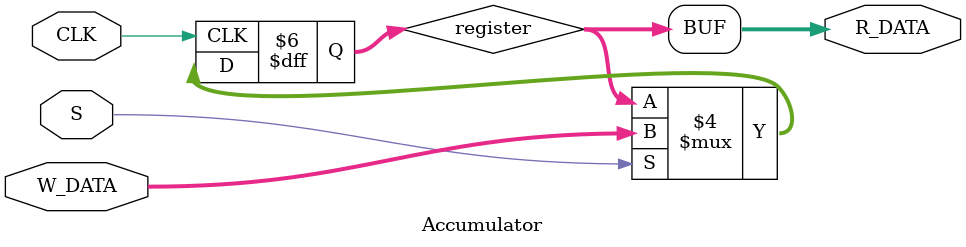
<source format=v>
`timescale 1ns / 1ps
module Accumulator(CLK, S, R_DATA, W_DATA);
    input CLK;
    input S; // 1Å«Ýðs¤
    input [3:0]W_DATA;
    output [3:0]R_DATA;

    reg [3:0]register = 4'b0000;
    
    assign R_DATA = register;

    always @(posedge CLK) begin
        if (S == 1'b1)
        begin
            register <= W_DATA;
        end
    end
endmodule

</source>
